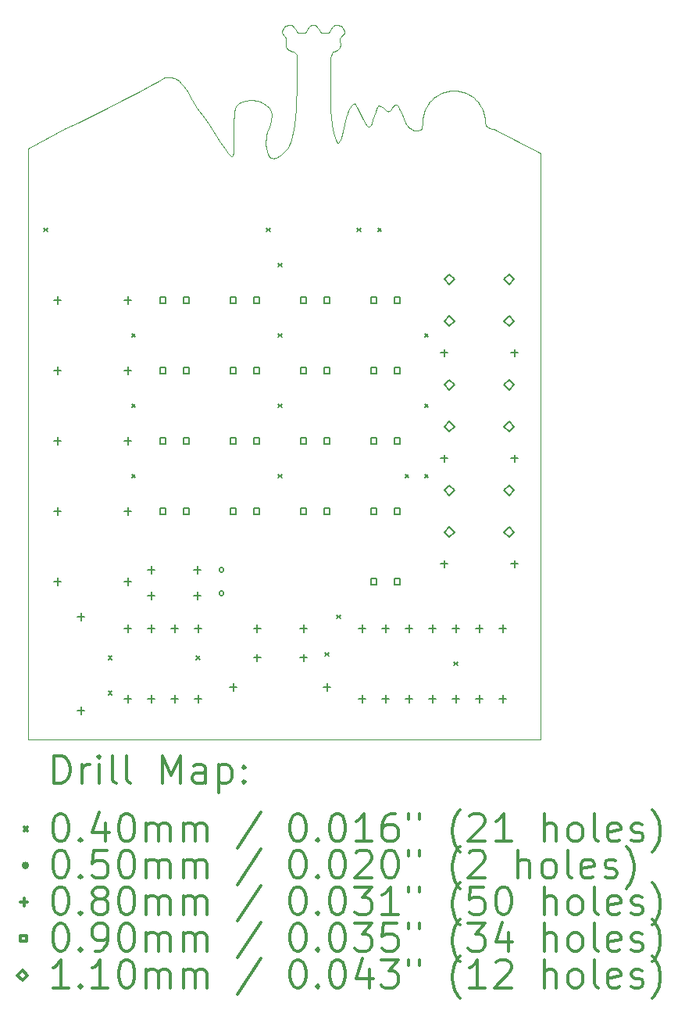
<source format=gbr>
%FSLAX45Y45*%
G04 Gerber Fmt 4.5, Leading zero omitted, Abs format (unit mm)*
G04 Created by KiCad (PCBNEW 5.1.8-5.1.8) date 2022-04-19 11:37:44*
%MOMM*%
%LPD*%
G01*
G04 APERTURE LIST*
%TA.AperFunction,Profile*%
%ADD10C,0.100000*%
%TD*%
%ADD11C,0.200000*%
%ADD12C,0.300000*%
G04 APERTURE END LIST*
D10*
X17149762Y-3460642D02*
X17182382Y-3452254D01*
X17589602Y-3750920D02*
X17591362Y-3785720D01*
X17550272Y-3623470D02*
X17564612Y-3653230D01*
X17513632Y-3569205D02*
X17533232Y-3595410D01*
X17491662Y-3545033D02*
X17513632Y-3569205D01*
X17088732Y-3486421D02*
X17118492Y-3472087D01*
X17285782Y-3447096D02*
X17319582Y-3452254D01*
X17060672Y-3503470D02*
X17088732Y-3486421D01*
X17591362Y-3785720D02*
X17591312Y-3794370D01*
X17441292Y-3503470D02*
X17467492Y-3523065D01*
X17564612Y-3653230D02*
X17576052Y-3684500D01*
X17383472Y-3472087D02*
X17413222Y-3486421D01*
X17352202Y-3460642D02*
X17383472Y-3472087D01*
X17216182Y-3447096D02*
X17250982Y-3445339D01*
X17584442Y-3717120D02*
X17589602Y-3750920D01*
X17576052Y-3684500D02*
X17584442Y-3717120D01*
X17319582Y-3452254D02*
X17352202Y-3460642D01*
X17118492Y-3472087D02*
X17149762Y-3460642D01*
X17533232Y-3595410D02*
X17550272Y-3623470D01*
X17250982Y-3445339D02*
X17285782Y-3447096D01*
X17467492Y-3523065D02*
X17491662Y-3545033D01*
X17413222Y-3486421D02*
X17441292Y-3503470D01*
X17182382Y-3452254D02*
X17216182Y-3447096D01*
X16426622Y-3613690D02*
X16432562Y-3607480D01*
X16372762Y-3762320D02*
X16386962Y-3718720D01*
X16400792Y-3675590D02*
X16414082Y-3638660D01*
X16267252Y-3758470D02*
X16291432Y-3799060D01*
X16312992Y-3827700D02*
X16322162Y-3835680D01*
X16358402Y-3800630D02*
X16372762Y-3762320D01*
X16420462Y-3624320D02*
X16426622Y-3613690D01*
X16351212Y-3816020D02*
X16358402Y-3800630D01*
X16148202Y-3598680D02*
X16157412Y-3592020D01*
X16329932Y-3838440D02*
X16336952Y-3835640D01*
X16302662Y-3815250D02*
X16312992Y-3827700D01*
X16177412Y-3585435D02*
X16184552Y-3596150D01*
X16242472Y-3711920D02*
X16267252Y-3758470D01*
X16199112Y-3624780D02*
X16242472Y-3711920D01*
X16167142Y-3587554D02*
X16177412Y-3585435D01*
X16386962Y-3718720D02*
X16400792Y-3675590D01*
X16344062Y-3827920D02*
X16351212Y-3816020D01*
X16157412Y-3592020D02*
X16167142Y-3587554D01*
X16414082Y-3638660D02*
X16420462Y-3624320D01*
X16184552Y-3596150D02*
X16199112Y-3624780D01*
X16336952Y-3835640D02*
X16344062Y-3827920D01*
X16291432Y-3799060D02*
X16302662Y-3815250D01*
X16322162Y-3835680D02*
X16329932Y-3838440D01*
X14225322Y-3312833D02*
X14240452Y-3320507D01*
X14552592Y-3741200D02*
X14592772Y-3804990D01*
X14320522Y-3396347D02*
X14344492Y-3430455D01*
X14268962Y-3340532D02*
X14295502Y-3366092D01*
X14592772Y-3804990D02*
X14675032Y-3937300D01*
X14138632Y-3302048D02*
X14157632Y-3300177D01*
X14254982Y-3329775D02*
X14268962Y-3340532D01*
X14344492Y-3430455D02*
X14367862Y-3467577D01*
X14767462Y-4074840D02*
X14807542Y-4125810D01*
X14391082Y-3506872D02*
X14438872Y-3588618D01*
X14721972Y-4009370D02*
X14767462Y-4074840D01*
X14193022Y-3302687D02*
X14209532Y-3306858D01*
X14157632Y-3300177D02*
X14175742Y-3300425D01*
X14491502Y-3668970D02*
X14520762Y-3706520D01*
X14464352Y-3629390D02*
X14491502Y-3668970D01*
X14675032Y-3937300D02*
X14721972Y-4009370D01*
X14438872Y-3588618D02*
X14464352Y-3629390D01*
X14520762Y-3706520D02*
X14552592Y-3741200D01*
X14209532Y-3306858D02*
X14225322Y-3312833D01*
X14295502Y-3366092D02*
X14320522Y-3396347D01*
X14367862Y-3467577D02*
X14391082Y-3506872D01*
X14240452Y-3320507D02*
X14254982Y-3329775D01*
X14175742Y-3300425D02*
X14193022Y-3302687D01*
X15544162Y-3545860D02*
X15547922Y-3452649D01*
X15393552Y-2784792D02*
X15401342Y-2770447D01*
X15441062Y-2983731D02*
X15433272Y-2969371D01*
X15429462Y-2875874D02*
X15423172Y-2864984D01*
X15433562Y-2899657D02*
X15432912Y-2886914D01*
X15548792Y-3096969D02*
X15547552Y-3055725D01*
X15538372Y-3640240D02*
X15544162Y-3545860D01*
X15505122Y-3903860D02*
X15519212Y-3821890D01*
X15426652Y-2936471D02*
X15431462Y-2915658D01*
X15511122Y-3021032D02*
X15494092Y-3019305D01*
X15550572Y-3206555D02*
X15548792Y-3096969D01*
X15693032Y-2746381D02*
X15708902Y-2736815D01*
X15678662Y-2759910D02*
X15693032Y-2746381D01*
X15411662Y-2757947D02*
X15424162Y-2747633D01*
X15666152Y-2775420D02*
X15678662Y-2759910D01*
X15531162Y-2775420D02*
X15549292Y-2804463D01*
X15428362Y-2953504D02*
X15426652Y-2936471D01*
X15432912Y-2886914D02*
X15429462Y-2875874D01*
X15648022Y-2804463D02*
X15666152Y-2775420D01*
X15438502Y-2739842D02*
X15454352Y-2734915D01*
X15641372Y-2817665D02*
X15648022Y-2804463D01*
X15555942Y-2817665D02*
X15641372Y-2817665D01*
X15549992Y-3363259D02*
X15550572Y-3206555D01*
X15463882Y-3006572D02*
X15451372Y-2996245D01*
X15494092Y-3019305D02*
X15478232Y-3014372D01*
X15504282Y-2746381D02*
X15518642Y-2759910D01*
X15530172Y-3733130D02*
X15538372Y-3640240D01*
X15471372Y-2733191D02*
X15480022Y-2734136D01*
X15423172Y-2864984D02*
X15414012Y-2852688D01*
X15519212Y-3821890D02*
X15530172Y-3733130D01*
X15549292Y-2804463D02*
X15555942Y-2817665D01*
X15518642Y-2759910D02*
X15531162Y-2775420D01*
X15480022Y-2734136D02*
X15488412Y-2736815D01*
X15488412Y-2736815D02*
X15504282Y-2746381D01*
X15424162Y-2747633D02*
X15438502Y-2739842D01*
X15547552Y-3055725D02*
X15511122Y-3021032D01*
X15388622Y-2800645D02*
X15393552Y-2784792D01*
X15451372Y-2996245D02*
X15441062Y-2983731D01*
X15386902Y-2817665D02*
X15388622Y-2800645D01*
X15401342Y-2770447D02*
X15411662Y-2757947D01*
X15414012Y-2852688D02*
X15386902Y-2817665D01*
X15431462Y-2915658D02*
X15433562Y-2899657D01*
X15547922Y-3452649D02*
X15549992Y-3363259D01*
X15433272Y-2969371D02*
X15428362Y-2953504D01*
X15454352Y-2734915D02*
X15471372Y-2733191D01*
X15478232Y-3014372D02*
X15463882Y-3006572D01*
X15994112Y-4011810D02*
X15999502Y-4010020D01*
X15969482Y-3976530D02*
X15978562Y-3995500D01*
X15940762Y-3871720D02*
X15953672Y-3929400D01*
X15930492Y-3805530D02*
X15940762Y-3871720D01*
X16028142Y-3955180D02*
X16045622Y-3888570D01*
X16109052Y-3659040D02*
X16123442Y-3630130D01*
X16045622Y-3888570D02*
X16063812Y-3810070D01*
X16139492Y-3607350D02*
X16148202Y-3598680D01*
X16009652Y-3999490D02*
X16019122Y-3980770D01*
X15961192Y-3954410D02*
X15969482Y-3976530D01*
X15953672Y-3929400D02*
X15961192Y-3954410D01*
X15922582Y-3732880D02*
X15930492Y-3805530D01*
X15912812Y-3576401D02*
X15916782Y-3655830D01*
X15988472Y-4011070D02*
X15994112Y-4011810D01*
X16096102Y-3692790D02*
X16109052Y-3659040D01*
X16004682Y-4005860D02*
X16009652Y-3999490D01*
X15978562Y-3995500D02*
X15988472Y-4011070D01*
X16019122Y-3980770D02*
X16028142Y-3955180D01*
X16063812Y-3810070D02*
X16084382Y-3730080D01*
X15999502Y-4010020D02*
X16004682Y-4005860D01*
X16084382Y-3730080D02*
X16096102Y-3692790D01*
X15916782Y-3655830D02*
X15922582Y-3732880D01*
X16123442Y-3630130D02*
X16139492Y-3607350D01*
X16633042Y-3601460D02*
X16645992Y-3617310D01*
X16487322Y-3636420D02*
X16510512Y-3654750D01*
X16626532Y-3596520D02*
X16633042Y-3601460D01*
X16614092Y-3595910D02*
X16620222Y-3594810D01*
X16573362Y-3646080D02*
X16584912Y-3628460D01*
X16620222Y-3594810D02*
X16626532Y-3596520D01*
X16522802Y-3663000D02*
X16535942Y-3669960D01*
X16584912Y-3628460D02*
X16596402Y-3611750D01*
X16555402Y-3666680D02*
X16561522Y-3661160D01*
X16510512Y-3654750D02*
X16522802Y-3663000D01*
X16451582Y-3611830D02*
X16464012Y-3618970D01*
X16549132Y-3670270D02*
X16555402Y-3666680D01*
X16438232Y-3606420D02*
X16451582Y-3611830D01*
X16535942Y-3669960D02*
X16542652Y-3671510D01*
X16464012Y-3618970D02*
X16487322Y-3636420D01*
X16596402Y-3611750D02*
X16608092Y-3599390D01*
X16561522Y-3661160D02*
X16573362Y-3646080D01*
X16670222Y-3660650D02*
X16681612Y-3686160D01*
X16658372Y-3637370D02*
X16670222Y-3660650D01*
X16432562Y-3607480D02*
X16438232Y-3606420D01*
X16608092Y-3599390D02*
X16614092Y-3595910D01*
X16645992Y-3617310D02*
X16658372Y-3637370D01*
X16542652Y-3671510D02*
X16549132Y-3670270D01*
X15258792Y-3650680D02*
X15269272Y-3674140D01*
X15477332Y-4008280D02*
X15487542Y-3976390D01*
X15212382Y-3993740D02*
X15211792Y-4029050D01*
X15009212Y-3552727D02*
X15032902Y-3550081D01*
X15339632Y-4164800D02*
X15353142Y-4156360D01*
X15311342Y-4176840D02*
X15325622Y-4171840D01*
X15269272Y-4173510D02*
X15282932Y-4178300D01*
X15487542Y-3976390D02*
X15496792Y-3941470D01*
X15453832Y-4061670D02*
X15466112Y-4036820D01*
X15080652Y-3551060D02*
X15104242Y-3554541D01*
X15227152Y-3612770D02*
X15242332Y-3628030D01*
X15440462Y-4082500D02*
X15453832Y-4061670D01*
X15397342Y-4120890D02*
X15410242Y-4110780D01*
X15272602Y-3749720D02*
X15266942Y-3776720D01*
X15215342Y-4065510D02*
X15223802Y-4103150D01*
X15210062Y-3598980D02*
X15227152Y-3612770D01*
X15377682Y-4137730D02*
X15397342Y-4120890D01*
X15325622Y-4171840D02*
X15339632Y-4164800D01*
X15297032Y-4179200D02*
X15311342Y-4176840D01*
X15233322Y-4129660D02*
X15244232Y-4149810D01*
X15216332Y-3959560D02*
X15212382Y-3993740D01*
X15211792Y-4029050D02*
X15215342Y-4065510D01*
X15104242Y-3554541D02*
X15127342Y-3559921D01*
X15231182Y-3894480D02*
X15222852Y-3926480D01*
X15250132Y-3833600D02*
X15231182Y-3894480D01*
X15149712Y-3567126D02*
X15171112Y-3576087D01*
X15171112Y-3576087D02*
X15191302Y-3586729D01*
X15274542Y-3698450D02*
X15275392Y-3723640D01*
X15353142Y-4156360D02*
X15377682Y-4137730D01*
X15127342Y-3559921D02*
X15149712Y-3567126D01*
X15191302Y-3586729D02*
X15210062Y-3598980D01*
X15256292Y-4164220D02*
X15269272Y-4173510D01*
X15032902Y-3550081D02*
X15056792Y-3549550D01*
X15244232Y-4149810D02*
X15256292Y-4164220D01*
X15266942Y-3776720D02*
X15250132Y-3833600D01*
X15242332Y-3628030D02*
X15258792Y-3650680D01*
X15496792Y-3941470D02*
X15505122Y-3903860D01*
X15425942Y-4098980D02*
X15440462Y-4082500D01*
X15410242Y-4110780D02*
X15425942Y-4098980D01*
X15275392Y-3723640D02*
X15272602Y-3749720D01*
X15056792Y-3549550D02*
X15080652Y-3551060D01*
X15282932Y-4178300D02*
X15297032Y-4179200D01*
X15223802Y-4103150D02*
X15233322Y-4129660D01*
X15466112Y-4036820D02*
X15477332Y-4008280D01*
X15222852Y-3926480D02*
X15216332Y-3959560D01*
X15269272Y-3674140D02*
X15274542Y-3698450D01*
X14868752Y-3719920D02*
X14873142Y-3679000D01*
X14866262Y-3765630D02*
X14868752Y-3719920D01*
X14865242Y-3814650D02*
X14866262Y-3765630D01*
X14861852Y-4123400D02*
X14865022Y-4093530D01*
X14824292Y-4143380D02*
X14838202Y-4154360D01*
X14866902Y-4013520D02*
X14865792Y-3916540D01*
X14853102Y-4151290D02*
X14856632Y-4144500D01*
X14865022Y-4093530D02*
X14866902Y-4013520D01*
X14963412Y-3564648D02*
X14985972Y-3557559D01*
X14902112Y-3600190D02*
X14921242Y-3585890D01*
X14843942Y-4156410D02*
X14848892Y-4155320D01*
X14856632Y-4144500D02*
X14861852Y-4123400D01*
X14985972Y-3557559D02*
X15009212Y-3552727D01*
X14941752Y-3574068D02*
X14963412Y-3564648D01*
X14848892Y-4155320D02*
X14853102Y-4151290D01*
X14895312Y-3607650D02*
X14902112Y-3600190D01*
X14865792Y-3916540D02*
X14865242Y-3814650D01*
X14921242Y-3585890D02*
X14941752Y-3574068D01*
X14889382Y-3617630D02*
X14895312Y-3607650D01*
X14879872Y-3644410D02*
X14889382Y-3617630D01*
X14838202Y-4154360D02*
X14843942Y-4156410D01*
X14873142Y-3679000D02*
X14879872Y-3644410D01*
X14807542Y-4125810D02*
X14824292Y-4143380D01*
X15997442Y-2734900D02*
X16013302Y-2739817D01*
X15971772Y-2734144D02*
X15980402Y-2733191D01*
X16022902Y-2871018D02*
X16017172Y-2883391D01*
X16027662Y-2747602D02*
X16040182Y-2757916D01*
X15895932Y-2817665D02*
X15902572Y-2804470D01*
X15734572Y-2734144D02*
X15742952Y-2736828D01*
X15773162Y-2759931D02*
X15785662Y-2775438D01*
X16040182Y-2757916D02*
X16050502Y-2770419D01*
X16064962Y-2817665D02*
X16053312Y-2833866D01*
X16063242Y-2800633D02*
X16064962Y-2817665D01*
X16058302Y-2784771D02*
X16063242Y-2800633D01*
X15725932Y-2733191D02*
X15734572Y-2734144D01*
X15902572Y-2804470D02*
X15920682Y-2775438D01*
X15708902Y-2736815D02*
X15717292Y-2734136D01*
X15810412Y-2817665D02*
X15895932Y-2817665D01*
X16013302Y-2739817D02*
X16027662Y-2747602D01*
X16017462Y-2914976D02*
X16025222Y-2936471D01*
X16053312Y-2833866D02*
X16041842Y-2847397D01*
X15963382Y-2736828D02*
X15971772Y-2734144D01*
X15914992Y-3092469D02*
X15914992Y-3092469D01*
X15940742Y-3021032D02*
X15914992Y-3092469D01*
X16017172Y-2883391D02*
X16015072Y-2897664D01*
X15920682Y-2775438D02*
X15933182Y-2759931D01*
X15957782Y-3019305D02*
X15940742Y-3021032D01*
X15973642Y-3014372D02*
X15957782Y-3019305D01*
X16031412Y-2859400D02*
X16022902Y-2871018D01*
X15742952Y-2736828D02*
X15758812Y-2746401D01*
X15785662Y-2775438D02*
X15803772Y-2804470D01*
X15980402Y-2733191D02*
X15997442Y-2734900D01*
X15987992Y-3006572D02*
X15973642Y-3014372D01*
X16000492Y-2996245D02*
X15987992Y-3006572D01*
X15758812Y-2746401D02*
X15773162Y-2759931D01*
X15803772Y-2804470D02*
X15810412Y-2817665D01*
X16041842Y-2847397D02*
X16031412Y-2859400D01*
X16010812Y-2983731D02*
X16000492Y-2996245D01*
X15717292Y-2734136D02*
X15725932Y-2733191D01*
X15933182Y-2759931D02*
X15947532Y-2746401D01*
X16018592Y-2969371D02*
X16010812Y-2983731D01*
X16015072Y-2897664D02*
X16017462Y-2914976D01*
X15947532Y-2746401D02*
X15963382Y-2736828D01*
X16023512Y-2953504D02*
X16018592Y-2969371D01*
X16025222Y-2936471D02*
X16023512Y-2953504D01*
X16050502Y-2770419D02*
X16058302Y-2784771D01*
X13176189Y-3789480D02*
X13483074Y-3639040D01*
X17678692Y-3864090D02*
X18193112Y-4121300D01*
X13044710Y-3852740D02*
X13176189Y-3789480D01*
X18193112Y-4121300D02*
X18187952Y-10477500D01*
X17592272Y-3803500D02*
X17594792Y-3814360D01*
X17678692Y-3864090D02*
X17678692Y-3864090D01*
X13985002Y-3378949D02*
X14047172Y-3343414D01*
X12636500Y-4069140D02*
X13044710Y-3852740D01*
X13834032Y-3460404D02*
X13985002Y-3378949D01*
X18187952Y-10477500D02*
X12636500Y-10477500D01*
X17591312Y-3794370D02*
X17592272Y-3803500D01*
X14097732Y-3312569D02*
X14118682Y-3306144D01*
X13483074Y-3639040D02*
X13661252Y-3549558D01*
X17666732Y-3860000D02*
X17678692Y-3864090D01*
X17611342Y-3833160D02*
X17624922Y-3841580D01*
X17600742Y-3824000D02*
X17611342Y-3833160D01*
X17594792Y-3814360D02*
X17600742Y-3824000D01*
X14118682Y-3306144D02*
X14138632Y-3302048D01*
X14047172Y-3343414D02*
X14097732Y-3312569D01*
X13661252Y-3549558D02*
X13834032Y-3460404D01*
X17624922Y-3841580D02*
X17639802Y-3849030D01*
X17639802Y-3849030D02*
X17666732Y-3860000D01*
X12636500Y-10477500D02*
X12636500Y-4069140D01*
X16951682Y-3623470D02*
X16968732Y-3595410D01*
X16917512Y-3717120D02*
X16925902Y-3684500D01*
X16790142Y-3864870D02*
X16805462Y-3870610D01*
X16886042Y-3870770D02*
X16907072Y-3864090D01*
X16734412Y-3812710D02*
X16746912Y-3830840D01*
X16760572Y-3845340D02*
X16775082Y-3856570D01*
X16968732Y-3595410D02*
X16988332Y-3569205D01*
X17010292Y-3545033D02*
X17034472Y-3523065D01*
X16988332Y-3569205D02*
X17010292Y-3545033D01*
X16746912Y-3830840D02*
X16760572Y-3845340D01*
X16681612Y-3686160D02*
X16723352Y-3790600D01*
X16937352Y-3653230D02*
X16951682Y-3623470D01*
X16925902Y-3684500D02*
X16937352Y-3653230D01*
X16775082Y-3856570D02*
X16790142Y-3864870D01*
X16835682Y-3875780D02*
X16863332Y-3874890D01*
X17034472Y-3523065D02*
X17060672Y-3503470D01*
X16912362Y-3750920D02*
X16917512Y-3717120D01*
X16907072Y-3864090D02*
X16910602Y-3785720D01*
X16910602Y-3785720D02*
X16912362Y-3750920D01*
X16805462Y-3870610D02*
X16820742Y-3874120D01*
X16820742Y-3874120D02*
X16835682Y-3875780D01*
X16863332Y-3874890D02*
X16886042Y-3870770D01*
X16723352Y-3790600D02*
X16734412Y-3812710D01*
X15910392Y-3496651D02*
X15912812Y-3576401D01*
X15909172Y-3344365D02*
X15910392Y-3496651D01*
X15910972Y-3215331D02*
X15909172Y-3344365D01*
X15914992Y-3092469D02*
X15910972Y-3215331D01*
D11*
X12807000Y-4933000D02*
X12847000Y-4973000D01*
X12847000Y-4933000D02*
X12807000Y-4973000D01*
X13505500Y-9568500D02*
X13545500Y-9608500D01*
X13545500Y-9568500D02*
X13505500Y-9608500D01*
X13505500Y-9949500D02*
X13545500Y-9989500D01*
X13545500Y-9949500D02*
X13505500Y-9989500D01*
X13759500Y-6076000D02*
X13799500Y-6116000D01*
X13799500Y-6076000D02*
X13759500Y-6116000D01*
X13759500Y-6838000D02*
X13799500Y-6878000D01*
X13799500Y-6838000D02*
X13759500Y-6878000D01*
X13759500Y-7600000D02*
X13799500Y-7640000D01*
X13799500Y-7600000D02*
X13759500Y-7640000D01*
X14458000Y-9568500D02*
X14498000Y-9608500D01*
X14498000Y-9568500D02*
X14458000Y-9608500D01*
X15220000Y-4933000D02*
X15260000Y-4973000D01*
X15260000Y-4933000D02*
X15220000Y-4973000D01*
X15347000Y-5314000D02*
X15387000Y-5354000D01*
X15387000Y-5314000D02*
X15347000Y-5354000D01*
X15347000Y-6076000D02*
X15387000Y-6116000D01*
X15387000Y-6076000D02*
X15347000Y-6116000D01*
X15347000Y-6838000D02*
X15387000Y-6878000D01*
X15387000Y-6838000D02*
X15347000Y-6878000D01*
X15347000Y-7600000D02*
X15387000Y-7640000D01*
X15387000Y-7600000D02*
X15347000Y-7640000D01*
X15855000Y-9530400D02*
X15895000Y-9570400D01*
X15895000Y-9530400D02*
X15855000Y-9570400D01*
X15982000Y-9124004D02*
X16022000Y-9164004D01*
X16022000Y-9124004D02*
X15982000Y-9164004D01*
X16199499Y-4932999D02*
X16239499Y-4972999D01*
X16239499Y-4932999D02*
X16199499Y-4972999D01*
X16426501Y-4933000D02*
X16466501Y-4973000D01*
X16466501Y-4933000D02*
X16426501Y-4973000D01*
X16722499Y-7600000D02*
X16762499Y-7640000D01*
X16762499Y-7600000D02*
X16722499Y-7640000D01*
X16934500Y-6076000D02*
X16974500Y-6116000D01*
X16974500Y-6076000D02*
X16934500Y-6116000D01*
X16934500Y-6838000D02*
X16974500Y-6878000D01*
X16974500Y-6838000D02*
X16934500Y-6878000D01*
X16934500Y-7600000D02*
X16974500Y-7640000D01*
X16974500Y-7600000D02*
X16934500Y-7640000D01*
X17252000Y-9632000D02*
X17292000Y-9672000D01*
X17292000Y-9632000D02*
X17252000Y-9672000D01*
X14757000Y-8636000D02*
G75*
G03*
X14757000Y-8636000I-25000J0D01*
G01*
X14757000Y-8890000D02*
G75*
G03*
X14757000Y-8890000I-25000J0D01*
G01*
X17145000Y-8532500D02*
X17145000Y-8612500D01*
X17105000Y-8572500D02*
X17185000Y-8572500D01*
X17907000Y-8532500D02*
X17907000Y-8612500D01*
X17867000Y-8572500D02*
X17947000Y-8572500D01*
X17145000Y-6246500D02*
X17145000Y-6326500D01*
X17105000Y-6286500D02*
X17185000Y-6286500D01*
X17907000Y-6246500D02*
X17907000Y-6326500D01*
X17867000Y-6286500D02*
X17947000Y-6286500D01*
X16256000Y-9231000D02*
X16256000Y-9311000D01*
X16216000Y-9271000D02*
X16296000Y-9271000D01*
X16256000Y-9993000D02*
X16256000Y-10073000D01*
X16216000Y-10033000D02*
X16296000Y-10033000D01*
X16510000Y-9231000D02*
X16510000Y-9311000D01*
X16470000Y-9271000D02*
X16550000Y-9271000D01*
X16510000Y-9993000D02*
X16510000Y-10073000D01*
X16470000Y-10033000D02*
X16550000Y-10033000D01*
X16764000Y-9231000D02*
X16764000Y-9311000D01*
X16724000Y-9271000D02*
X16804000Y-9271000D01*
X16764000Y-9993000D02*
X16764000Y-10073000D01*
X16724000Y-10033000D02*
X16804000Y-10033000D01*
X17018000Y-9231000D02*
X17018000Y-9311000D01*
X16978000Y-9271000D02*
X17058000Y-9271000D01*
X17018000Y-9993000D02*
X17018000Y-10073000D01*
X16978000Y-10033000D02*
X17058000Y-10033000D01*
X17272000Y-9231000D02*
X17272000Y-9311000D01*
X17232000Y-9271000D02*
X17312000Y-9271000D01*
X17272000Y-9993000D02*
X17272000Y-10073000D01*
X17232000Y-10033000D02*
X17312000Y-10033000D01*
X17526000Y-9231000D02*
X17526000Y-9311000D01*
X17486000Y-9271000D02*
X17566000Y-9271000D01*
X17526000Y-9993000D02*
X17526000Y-10073000D01*
X17486000Y-10033000D02*
X17566000Y-10033000D01*
X17780000Y-9231000D02*
X17780000Y-9311000D01*
X17740000Y-9271000D02*
X17820000Y-9271000D01*
X17780000Y-9993000D02*
X17780000Y-10073000D01*
X17740000Y-10033000D02*
X17820000Y-10033000D01*
X12954000Y-7199000D02*
X12954000Y-7279000D01*
X12914000Y-7239000D02*
X12994000Y-7239000D01*
X13716000Y-7199000D02*
X13716000Y-7279000D01*
X13676000Y-7239000D02*
X13756000Y-7239000D01*
X13970000Y-8875400D02*
X13970000Y-8955400D01*
X13930000Y-8915400D02*
X14010000Y-8915400D01*
X14470000Y-8875400D02*
X14470000Y-8955400D01*
X14430000Y-8915400D02*
X14510000Y-8915400D01*
X15121000Y-9231000D02*
X15121000Y-9311000D01*
X15081000Y-9271000D02*
X15161000Y-9271000D01*
X15621000Y-9231000D02*
X15621000Y-9311000D01*
X15581000Y-9271000D02*
X15661000Y-9271000D01*
X13716000Y-9231000D02*
X13716000Y-9311000D01*
X13676000Y-9271000D02*
X13756000Y-9271000D01*
X13716000Y-9993000D02*
X13716000Y-10073000D01*
X13676000Y-10033000D02*
X13756000Y-10033000D01*
X13970000Y-9231000D02*
X13970000Y-9311000D01*
X13930000Y-9271000D02*
X14010000Y-9271000D01*
X13970000Y-9993000D02*
X13970000Y-10073000D01*
X13930000Y-10033000D02*
X14010000Y-10033000D01*
X14224000Y-9231000D02*
X14224000Y-9311000D01*
X14184000Y-9271000D02*
X14264000Y-9271000D01*
X14224000Y-9993000D02*
X14224000Y-10073000D01*
X14184000Y-10033000D02*
X14264000Y-10033000D01*
X14478000Y-9231000D02*
X14478000Y-9311000D01*
X14438000Y-9271000D02*
X14518000Y-9271000D01*
X14478000Y-9993000D02*
X14478000Y-10073000D01*
X14438000Y-10033000D02*
X14518000Y-10033000D01*
X15121000Y-9548500D02*
X15121000Y-9628500D01*
X15081000Y-9588500D02*
X15161000Y-9588500D01*
X15621000Y-9548500D02*
X15621000Y-9628500D01*
X15581000Y-9588500D02*
X15661000Y-9588500D01*
X13208000Y-9104000D02*
X13208000Y-9184000D01*
X13168000Y-9144000D02*
X13248000Y-9144000D01*
X13208000Y-10120000D02*
X13208000Y-10200000D01*
X13168000Y-10160000D02*
X13248000Y-10160000D01*
X13970000Y-8596000D02*
X13970000Y-8676000D01*
X13930000Y-8636000D02*
X14010000Y-8636000D01*
X14470000Y-8596000D02*
X14470000Y-8676000D01*
X14430000Y-8636000D02*
X14510000Y-8636000D01*
X12954000Y-5675000D02*
X12954000Y-5755000D01*
X12914000Y-5715000D02*
X12994000Y-5715000D01*
X13716000Y-5675000D02*
X13716000Y-5755000D01*
X13676000Y-5715000D02*
X13756000Y-5715000D01*
X14859000Y-9866000D02*
X14859000Y-9946000D01*
X14819000Y-9906000D02*
X14899000Y-9906000D01*
X15875000Y-9866000D02*
X15875000Y-9946000D01*
X15835000Y-9906000D02*
X15915000Y-9906000D01*
X17145000Y-7389500D02*
X17145000Y-7469500D01*
X17105000Y-7429500D02*
X17185000Y-7429500D01*
X17907000Y-7389500D02*
X17907000Y-7469500D01*
X17867000Y-7429500D02*
X17947000Y-7429500D01*
X12954000Y-6437000D02*
X12954000Y-6517000D01*
X12914000Y-6477000D02*
X12994000Y-6477000D01*
X13716000Y-6437000D02*
X13716000Y-6517000D01*
X13676000Y-6477000D02*
X13756000Y-6477000D01*
X12954000Y-7961000D02*
X12954000Y-8041000D01*
X12914000Y-8001000D02*
X12994000Y-8001000D01*
X13716000Y-7961000D02*
X13716000Y-8041000D01*
X13676000Y-8001000D02*
X13756000Y-8001000D01*
X12954000Y-8723000D02*
X12954000Y-8803000D01*
X12914000Y-8763000D02*
X12994000Y-8763000D01*
X13716000Y-8723000D02*
X13716000Y-8803000D01*
X13676000Y-8763000D02*
X13756000Y-8763000D01*
X15652820Y-6508820D02*
X15652820Y-6445180D01*
X15589180Y-6445180D01*
X15589180Y-6508820D01*
X15652820Y-6508820D01*
X15906820Y-6508820D02*
X15906820Y-6445180D01*
X15843180Y-6445180D01*
X15843180Y-6508820D01*
X15906820Y-6508820D01*
X16414820Y-7270820D02*
X16414820Y-7207180D01*
X16351180Y-7207180D01*
X16351180Y-7270820D01*
X16414820Y-7270820D01*
X16668820Y-7270820D02*
X16668820Y-7207180D01*
X16605180Y-7207180D01*
X16605180Y-7270820D01*
X16668820Y-7270820D01*
X14890820Y-6508820D02*
X14890820Y-6445180D01*
X14827180Y-6445180D01*
X14827180Y-6508820D01*
X14890820Y-6508820D01*
X15144820Y-6508820D02*
X15144820Y-6445180D01*
X15081180Y-6445180D01*
X15081180Y-6508820D01*
X15144820Y-6508820D01*
X15652820Y-5746820D02*
X15652820Y-5683180D01*
X15589180Y-5683180D01*
X15589180Y-5746820D01*
X15652820Y-5746820D01*
X15906820Y-5746820D02*
X15906820Y-5683180D01*
X15843180Y-5683180D01*
X15843180Y-5746820D01*
X15906820Y-5746820D01*
X16414820Y-6508820D02*
X16414820Y-6445180D01*
X16351180Y-6445180D01*
X16351180Y-6508820D01*
X16414820Y-6508820D01*
X16668820Y-6508820D02*
X16668820Y-6445180D01*
X16605180Y-6445180D01*
X16605180Y-6508820D01*
X16668820Y-6508820D01*
X14890820Y-8032820D02*
X14890820Y-7969180D01*
X14827180Y-7969180D01*
X14827180Y-8032820D01*
X14890820Y-8032820D01*
X15144820Y-8032820D02*
X15144820Y-7969180D01*
X15081180Y-7969180D01*
X15081180Y-8032820D01*
X15144820Y-8032820D01*
X14890820Y-7270820D02*
X14890820Y-7207180D01*
X14827180Y-7207180D01*
X14827180Y-7270820D01*
X14890820Y-7270820D01*
X15144820Y-7270820D02*
X15144820Y-7207180D01*
X15081180Y-7207180D01*
X15081180Y-7270820D01*
X15144820Y-7270820D01*
X14890820Y-5746820D02*
X14890820Y-5683180D01*
X14827180Y-5683180D01*
X14827180Y-5746820D01*
X14890820Y-5746820D01*
X15144820Y-5746820D02*
X15144820Y-5683180D01*
X15081180Y-5683180D01*
X15081180Y-5746820D01*
X15144820Y-5746820D01*
X14128820Y-5746820D02*
X14128820Y-5683180D01*
X14065180Y-5683180D01*
X14065180Y-5746820D01*
X14128820Y-5746820D01*
X14382820Y-5746820D02*
X14382820Y-5683180D01*
X14319180Y-5683180D01*
X14319180Y-5746820D01*
X14382820Y-5746820D01*
X15652820Y-8032820D02*
X15652820Y-7969180D01*
X15589180Y-7969180D01*
X15589180Y-8032820D01*
X15652820Y-8032820D01*
X15906820Y-8032820D02*
X15906820Y-7969180D01*
X15843180Y-7969180D01*
X15843180Y-8032820D01*
X15906820Y-8032820D01*
X16414820Y-8032820D02*
X16414820Y-7969180D01*
X16351180Y-7969180D01*
X16351180Y-8032820D01*
X16414820Y-8032820D01*
X16668820Y-8032820D02*
X16668820Y-7969180D01*
X16605180Y-7969180D01*
X16605180Y-8032820D01*
X16668820Y-8032820D01*
X16414820Y-8794820D02*
X16414820Y-8731180D01*
X16351180Y-8731180D01*
X16351180Y-8794820D01*
X16414820Y-8794820D01*
X16668820Y-8794820D02*
X16668820Y-8731180D01*
X16605180Y-8731180D01*
X16605180Y-8794820D01*
X16668820Y-8794820D01*
X16414820Y-5746820D02*
X16414820Y-5683180D01*
X16351180Y-5683180D01*
X16351180Y-5746820D01*
X16414820Y-5746820D01*
X16668820Y-5746820D02*
X16668820Y-5683180D01*
X16605180Y-5683180D01*
X16605180Y-5746820D01*
X16668820Y-5746820D01*
X15652820Y-7270820D02*
X15652820Y-7207180D01*
X15589180Y-7207180D01*
X15589180Y-7270820D01*
X15652820Y-7270820D01*
X15906820Y-7270820D02*
X15906820Y-7207180D01*
X15843180Y-7207180D01*
X15843180Y-7270820D01*
X15906820Y-7270820D01*
X14128820Y-6508820D02*
X14128820Y-6445180D01*
X14065180Y-6445180D01*
X14065180Y-6508820D01*
X14128820Y-6508820D01*
X14382820Y-6508820D02*
X14382820Y-6445180D01*
X14319180Y-6445180D01*
X14319180Y-6508820D01*
X14382820Y-6508820D01*
X14128820Y-8032820D02*
X14128820Y-7969180D01*
X14065180Y-7969180D01*
X14065180Y-8032820D01*
X14128820Y-8032820D01*
X14382820Y-8032820D02*
X14382820Y-7969180D01*
X14319180Y-7969180D01*
X14319180Y-8032820D01*
X14382820Y-8032820D01*
X14128820Y-7270820D02*
X14128820Y-7207180D01*
X14065180Y-7207180D01*
X14065180Y-7270820D01*
X14128820Y-7270820D01*
X14382820Y-7270820D02*
X14382820Y-7207180D01*
X14319180Y-7207180D01*
X14319180Y-7270820D01*
X14382820Y-7270820D01*
X17201000Y-6688000D02*
X17256000Y-6633000D01*
X17201000Y-6578000D01*
X17146000Y-6633000D01*
X17201000Y-6688000D01*
X17201000Y-7138000D02*
X17256000Y-7083000D01*
X17201000Y-7028000D01*
X17146000Y-7083000D01*
X17201000Y-7138000D01*
X17851000Y-6688000D02*
X17906000Y-6633000D01*
X17851000Y-6578000D01*
X17796000Y-6633000D01*
X17851000Y-6688000D01*
X17851000Y-7138000D02*
X17906000Y-7083000D01*
X17851000Y-7028000D01*
X17796000Y-7083000D01*
X17851000Y-7138000D01*
X17201000Y-7831000D02*
X17256000Y-7776000D01*
X17201000Y-7721000D01*
X17146000Y-7776000D01*
X17201000Y-7831000D01*
X17201000Y-8281000D02*
X17256000Y-8226000D01*
X17201000Y-8171000D01*
X17146000Y-8226000D01*
X17201000Y-8281000D01*
X17851000Y-7831000D02*
X17906000Y-7776000D01*
X17851000Y-7721000D01*
X17796000Y-7776000D01*
X17851000Y-7831000D01*
X17851000Y-8281000D02*
X17906000Y-8226000D01*
X17851000Y-8171000D01*
X17796000Y-8226000D01*
X17851000Y-8281000D01*
X17201000Y-5545000D02*
X17256000Y-5490000D01*
X17201000Y-5435000D01*
X17146000Y-5490000D01*
X17201000Y-5545000D01*
X17201000Y-5995000D02*
X17256000Y-5940000D01*
X17201000Y-5885000D01*
X17146000Y-5940000D01*
X17201000Y-5995000D01*
X17851000Y-5545000D02*
X17906000Y-5490000D01*
X17851000Y-5435000D01*
X17796000Y-5490000D01*
X17851000Y-5545000D01*
X17851000Y-5995000D02*
X17906000Y-5940000D01*
X17851000Y-5885000D01*
X17796000Y-5940000D01*
X17851000Y-5995000D01*
D12*
X12917928Y-10948214D02*
X12917928Y-10648214D01*
X12989357Y-10648214D01*
X13032214Y-10662500D01*
X13060786Y-10691072D01*
X13075071Y-10719643D01*
X13089357Y-10776786D01*
X13089357Y-10819643D01*
X13075071Y-10876786D01*
X13060786Y-10905357D01*
X13032214Y-10933929D01*
X12989357Y-10948214D01*
X12917928Y-10948214D01*
X13217928Y-10948214D02*
X13217928Y-10748214D01*
X13217928Y-10805357D02*
X13232214Y-10776786D01*
X13246500Y-10762500D01*
X13275071Y-10748214D01*
X13303643Y-10748214D01*
X13403643Y-10948214D02*
X13403643Y-10748214D01*
X13403643Y-10648214D02*
X13389357Y-10662500D01*
X13403643Y-10676786D01*
X13417928Y-10662500D01*
X13403643Y-10648214D01*
X13403643Y-10676786D01*
X13589357Y-10948214D02*
X13560786Y-10933929D01*
X13546500Y-10905357D01*
X13546500Y-10648214D01*
X13746500Y-10948214D02*
X13717928Y-10933929D01*
X13703643Y-10905357D01*
X13703643Y-10648214D01*
X14089357Y-10948214D02*
X14089357Y-10648214D01*
X14189357Y-10862500D01*
X14289357Y-10648214D01*
X14289357Y-10948214D01*
X14560786Y-10948214D02*
X14560786Y-10791072D01*
X14546500Y-10762500D01*
X14517928Y-10748214D01*
X14460786Y-10748214D01*
X14432214Y-10762500D01*
X14560786Y-10933929D02*
X14532214Y-10948214D01*
X14460786Y-10948214D01*
X14432214Y-10933929D01*
X14417928Y-10905357D01*
X14417928Y-10876786D01*
X14432214Y-10848214D01*
X14460786Y-10833929D01*
X14532214Y-10833929D01*
X14560786Y-10819643D01*
X14703643Y-10748214D02*
X14703643Y-11048214D01*
X14703643Y-10762500D02*
X14732214Y-10748214D01*
X14789357Y-10748214D01*
X14817928Y-10762500D01*
X14832214Y-10776786D01*
X14846500Y-10805357D01*
X14846500Y-10891072D01*
X14832214Y-10919643D01*
X14817928Y-10933929D01*
X14789357Y-10948214D01*
X14732214Y-10948214D01*
X14703643Y-10933929D01*
X14975071Y-10919643D02*
X14989357Y-10933929D01*
X14975071Y-10948214D01*
X14960786Y-10933929D01*
X14975071Y-10919643D01*
X14975071Y-10948214D01*
X14975071Y-10762500D02*
X14989357Y-10776786D01*
X14975071Y-10791072D01*
X14960786Y-10776786D01*
X14975071Y-10762500D01*
X14975071Y-10791072D01*
X12591500Y-11422500D02*
X12631500Y-11462500D01*
X12631500Y-11422500D02*
X12591500Y-11462500D01*
X12975071Y-11278214D02*
X13003643Y-11278214D01*
X13032214Y-11292500D01*
X13046500Y-11306786D01*
X13060786Y-11335357D01*
X13075071Y-11392500D01*
X13075071Y-11463929D01*
X13060786Y-11521071D01*
X13046500Y-11549643D01*
X13032214Y-11563929D01*
X13003643Y-11578214D01*
X12975071Y-11578214D01*
X12946500Y-11563929D01*
X12932214Y-11549643D01*
X12917928Y-11521071D01*
X12903643Y-11463929D01*
X12903643Y-11392500D01*
X12917928Y-11335357D01*
X12932214Y-11306786D01*
X12946500Y-11292500D01*
X12975071Y-11278214D01*
X13203643Y-11549643D02*
X13217928Y-11563929D01*
X13203643Y-11578214D01*
X13189357Y-11563929D01*
X13203643Y-11549643D01*
X13203643Y-11578214D01*
X13475071Y-11378214D02*
X13475071Y-11578214D01*
X13403643Y-11263929D02*
X13332214Y-11478214D01*
X13517928Y-11478214D01*
X13689357Y-11278214D02*
X13717928Y-11278214D01*
X13746500Y-11292500D01*
X13760786Y-11306786D01*
X13775071Y-11335357D01*
X13789357Y-11392500D01*
X13789357Y-11463929D01*
X13775071Y-11521071D01*
X13760786Y-11549643D01*
X13746500Y-11563929D01*
X13717928Y-11578214D01*
X13689357Y-11578214D01*
X13660786Y-11563929D01*
X13646500Y-11549643D01*
X13632214Y-11521071D01*
X13617928Y-11463929D01*
X13617928Y-11392500D01*
X13632214Y-11335357D01*
X13646500Y-11306786D01*
X13660786Y-11292500D01*
X13689357Y-11278214D01*
X13917928Y-11578214D02*
X13917928Y-11378214D01*
X13917928Y-11406786D02*
X13932214Y-11392500D01*
X13960786Y-11378214D01*
X14003643Y-11378214D01*
X14032214Y-11392500D01*
X14046500Y-11421071D01*
X14046500Y-11578214D01*
X14046500Y-11421071D02*
X14060786Y-11392500D01*
X14089357Y-11378214D01*
X14132214Y-11378214D01*
X14160786Y-11392500D01*
X14175071Y-11421071D01*
X14175071Y-11578214D01*
X14317928Y-11578214D02*
X14317928Y-11378214D01*
X14317928Y-11406786D02*
X14332214Y-11392500D01*
X14360786Y-11378214D01*
X14403643Y-11378214D01*
X14432214Y-11392500D01*
X14446500Y-11421071D01*
X14446500Y-11578214D01*
X14446500Y-11421071D02*
X14460786Y-11392500D01*
X14489357Y-11378214D01*
X14532214Y-11378214D01*
X14560786Y-11392500D01*
X14575071Y-11421071D01*
X14575071Y-11578214D01*
X15160786Y-11263929D02*
X14903643Y-11649643D01*
X15546500Y-11278214D02*
X15575071Y-11278214D01*
X15603643Y-11292500D01*
X15617928Y-11306786D01*
X15632214Y-11335357D01*
X15646500Y-11392500D01*
X15646500Y-11463929D01*
X15632214Y-11521071D01*
X15617928Y-11549643D01*
X15603643Y-11563929D01*
X15575071Y-11578214D01*
X15546500Y-11578214D01*
X15517928Y-11563929D01*
X15503643Y-11549643D01*
X15489357Y-11521071D01*
X15475071Y-11463929D01*
X15475071Y-11392500D01*
X15489357Y-11335357D01*
X15503643Y-11306786D01*
X15517928Y-11292500D01*
X15546500Y-11278214D01*
X15775071Y-11549643D02*
X15789357Y-11563929D01*
X15775071Y-11578214D01*
X15760786Y-11563929D01*
X15775071Y-11549643D01*
X15775071Y-11578214D01*
X15975071Y-11278214D02*
X16003643Y-11278214D01*
X16032214Y-11292500D01*
X16046500Y-11306786D01*
X16060786Y-11335357D01*
X16075071Y-11392500D01*
X16075071Y-11463929D01*
X16060786Y-11521071D01*
X16046500Y-11549643D01*
X16032214Y-11563929D01*
X16003643Y-11578214D01*
X15975071Y-11578214D01*
X15946500Y-11563929D01*
X15932214Y-11549643D01*
X15917928Y-11521071D01*
X15903643Y-11463929D01*
X15903643Y-11392500D01*
X15917928Y-11335357D01*
X15932214Y-11306786D01*
X15946500Y-11292500D01*
X15975071Y-11278214D01*
X16360786Y-11578214D02*
X16189357Y-11578214D01*
X16275071Y-11578214D02*
X16275071Y-11278214D01*
X16246500Y-11321071D01*
X16217928Y-11349643D01*
X16189357Y-11363929D01*
X16617928Y-11278214D02*
X16560786Y-11278214D01*
X16532214Y-11292500D01*
X16517928Y-11306786D01*
X16489357Y-11349643D01*
X16475071Y-11406786D01*
X16475071Y-11521071D01*
X16489357Y-11549643D01*
X16503643Y-11563929D01*
X16532214Y-11578214D01*
X16589357Y-11578214D01*
X16617928Y-11563929D01*
X16632214Y-11549643D01*
X16646500Y-11521071D01*
X16646500Y-11449643D01*
X16632214Y-11421071D01*
X16617928Y-11406786D01*
X16589357Y-11392500D01*
X16532214Y-11392500D01*
X16503643Y-11406786D01*
X16489357Y-11421071D01*
X16475071Y-11449643D01*
X16760786Y-11278214D02*
X16760786Y-11335357D01*
X16875071Y-11278214D02*
X16875071Y-11335357D01*
X17317928Y-11692500D02*
X17303643Y-11678214D01*
X17275071Y-11635357D01*
X17260786Y-11606786D01*
X17246500Y-11563929D01*
X17232214Y-11492500D01*
X17232214Y-11435357D01*
X17246500Y-11363929D01*
X17260786Y-11321071D01*
X17275071Y-11292500D01*
X17303643Y-11249643D01*
X17317928Y-11235357D01*
X17417928Y-11306786D02*
X17432214Y-11292500D01*
X17460786Y-11278214D01*
X17532214Y-11278214D01*
X17560786Y-11292500D01*
X17575071Y-11306786D01*
X17589357Y-11335357D01*
X17589357Y-11363929D01*
X17575071Y-11406786D01*
X17403643Y-11578214D01*
X17589357Y-11578214D01*
X17875071Y-11578214D02*
X17703643Y-11578214D01*
X17789357Y-11578214D02*
X17789357Y-11278214D01*
X17760786Y-11321071D01*
X17732214Y-11349643D01*
X17703643Y-11363929D01*
X18232214Y-11578214D02*
X18232214Y-11278214D01*
X18360786Y-11578214D02*
X18360786Y-11421071D01*
X18346500Y-11392500D01*
X18317928Y-11378214D01*
X18275071Y-11378214D01*
X18246500Y-11392500D01*
X18232214Y-11406786D01*
X18546500Y-11578214D02*
X18517928Y-11563929D01*
X18503643Y-11549643D01*
X18489357Y-11521071D01*
X18489357Y-11435357D01*
X18503643Y-11406786D01*
X18517928Y-11392500D01*
X18546500Y-11378214D01*
X18589357Y-11378214D01*
X18617928Y-11392500D01*
X18632214Y-11406786D01*
X18646500Y-11435357D01*
X18646500Y-11521071D01*
X18632214Y-11549643D01*
X18617928Y-11563929D01*
X18589357Y-11578214D01*
X18546500Y-11578214D01*
X18817928Y-11578214D02*
X18789357Y-11563929D01*
X18775071Y-11535357D01*
X18775071Y-11278214D01*
X19046500Y-11563929D02*
X19017928Y-11578214D01*
X18960786Y-11578214D01*
X18932214Y-11563929D01*
X18917928Y-11535357D01*
X18917928Y-11421071D01*
X18932214Y-11392500D01*
X18960786Y-11378214D01*
X19017928Y-11378214D01*
X19046500Y-11392500D01*
X19060786Y-11421071D01*
X19060786Y-11449643D01*
X18917928Y-11478214D01*
X19175071Y-11563929D02*
X19203643Y-11578214D01*
X19260786Y-11578214D01*
X19289357Y-11563929D01*
X19303643Y-11535357D01*
X19303643Y-11521071D01*
X19289357Y-11492500D01*
X19260786Y-11478214D01*
X19217928Y-11478214D01*
X19189357Y-11463929D01*
X19175071Y-11435357D01*
X19175071Y-11421071D01*
X19189357Y-11392500D01*
X19217928Y-11378214D01*
X19260786Y-11378214D01*
X19289357Y-11392500D01*
X19403643Y-11692500D02*
X19417928Y-11678214D01*
X19446500Y-11635357D01*
X19460786Y-11606786D01*
X19475071Y-11563929D01*
X19489357Y-11492500D01*
X19489357Y-11435357D01*
X19475071Y-11363929D01*
X19460786Y-11321071D01*
X19446500Y-11292500D01*
X19417928Y-11249643D01*
X19403643Y-11235357D01*
X12631500Y-11838500D02*
G75*
G03*
X12631500Y-11838500I-25000J0D01*
G01*
X12975071Y-11674214D02*
X13003643Y-11674214D01*
X13032214Y-11688500D01*
X13046500Y-11702786D01*
X13060786Y-11731357D01*
X13075071Y-11788500D01*
X13075071Y-11859929D01*
X13060786Y-11917071D01*
X13046500Y-11945643D01*
X13032214Y-11959929D01*
X13003643Y-11974214D01*
X12975071Y-11974214D01*
X12946500Y-11959929D01*
X12932214Y-11945643D01*
X12917928Y-11917071D01*
X12903643Y-11859929D01*
X12903643Y-11788500D01*
X12917928Y-11731357D01*
X12932214Y-11702786D01*
X12946500Y-11688500D01*
X12975071Y-11674214D01*
X13203643Y-11945643D02*
X13217928Y-11959929D01*
X13203643Y-11974214D01*
X13189357Y-11959929D01*
X13203643Y-11945643D01*
X13203643Y-11974214D01*
X13489357Y-11674214D02*
X13346500Y-11674214D01*
X13332214Y-11817071D01*
X13346500Y-11802786D01*
X13375071Y-11788500D01*
X13446500Y-11788500D01*
X13475071Y-11802786D01*
X13489357Y-11817071D01*
X13503643Y-11845643D01*
X13503643Y-11917071D01*
X13489357Y-11945643D01*
X13475071Y-11959929D01*
X13446500Y-11974214D01*
X13375071Y-11974214D01*
X13346500Y-11959929D01*
X13332214Y-11945643D01*
X13689357Y-11674214D02*
X13717928Y-11674214D01*
X13746500Y-11688500D01*
X13760786Y-11702786D01*
X13775071Y-11731357D01*
X13789357Y-11788500D01*
X13789357Y-11859929D01*
X13775071Y-11917071D01*
X13760786Y-11945643D01*
X13746500Y-11959929D01*
X13717928Y-11974214D01*
X13689357Y-11974214D01*
X13660786Y-11959929D01*
X13646500Y-11945643D01*
X13632214Y-11917071D01*
X13617928Y-11859929D01*
X13617928Y-11788500D01*
X13632214Y-11731357D01*
X13646500Y-11702786D01*
X13660786Y-11688500D01*
X13689357Y-11674214D01*
X13917928Y-11974214D02*
X13917928Y-11774214D01*
X13917928Y-11802786D02*
X13932214Y-11788500D01*
X13960786Y-11774214D01*
X14003643Y-11774214D01*
X14032214Y-11788500D01*
X14046500Y-11817071D01*
X14046500Y-11974214D01*
X14046500Y-11817071D02*
X14060786Y-11788500D01*
X14089357Y-11774214D01*
X14132214Y-11774214D01*
X14160786Y-11788500D01*
X14175071Y-11817071D01*
X14175071Y-11974214D01*
X14317928Y-11974214D02*
X14317928Y-11774214D01*
X14317928Y-11802786D02*
X14332214Y-11788500D01*
X14360786Y-11774214D01*
X14403643Y-11774214D01*
X14432214Y-11788500D01*
X14446500Y-11817071D01*
X14446500Y-11974214D01*
X14446500Y-11817071D02*
X14460786Y-11788500D01*
X14489357Y-11774214D01*
X14532214Y-11774214D01*
X14560786Y-11788500D01*
X14575071Y-11817071D01*
X14575071Y-11974214D01*
X15160786Y-11659929D02*
X14903643Y-12045643D01*
X15546500Y-11674214D02*
X15575071Y-11674214D01*
X15603643Y-11688500D01*
X15617928Y-11702786D01*
X15632214Y-11731357D01*
X15646500Y-11788500D01*
X15646500Y-11859929D01*
X15632214Y-11917071D01*
X15617928Y-11945643D01*
X15603643Y-11959929D01*
X15575071Y-11974214D01*
X15546500Y-11974214D01*
X15517928Y-11959929D01*
X15503643Y-11945643D01*
X15489357Y-11917071D01*
X15475071Y-11859929D01*
X15475071Y-11788500D01*
X15489357Y-11731357D01*
X15503643Y-11702786D01*
X15517928Y-11688500D01*
X15546500Y-11674214D01*
X15775071Y-11945643D02*
X15789357Y-11959929D01*
X15775071Y-11974214D01*
X15760786Y-11959929D01*
X15775071Y-11945643D01*
X15775071Y-11974214D01*
X15975071Y-11674214D02*
X16003643Y-11674214D01*
X16032214Y-11688500D01*
X16046500Y-11702786D01*
X16060786Y-11731357D01*
X16075071Y-11788500D01*
X16075071Y-11859929D01*
X16060786Y-11917071D01*
X16046500Y-11945643D01*
X16032214Y-11959929D01*
X16003643Y-11974214D01*
X15975071Y-11974214D01*
X15946500Y-11959929D01*
X15932214Y-11945643D01*
X15917928Y-11917071D01*
X15903643Y-11859929D01*
X15903643Y-11788500D01*
X15917928Y-11731357D01*
X15932214Y-11702786D01*
X15946500Y-11688500D01*
X15975071Y-11674214D01*
X16189357Y-11702786D02*
X16203643Y-11688500D01*
X16232214Y-11674214D01*
X16303643Y-11674214D01*
X16332214Y-11688500D01*
X16346500Y-11702786D01*
X16360786Y-11731357D01*
X16360786Y-11759929D01*
X16346500Y-11802786D01*
X16175071Y-11974214D01*
X16360786Y-11974214D01*
X16546500Y-11674214D02*
X16575071Y-11674214D01*
X16603643Y-11688500D01*
X16617928Y-11702786D01*
X16632214Y-11731357D01*
X16646500Y-11788500D01*
X16646500Y-11859929D01*
X16632214Y-11917071D01*
X16617928Y-11945643D01*
X16603643Y-11959929D01*
X16575071Y-11974214D01*
X16546500Y-11974214D01*
X16517928Y-11959929D01*
X16503643Y-11945643D01*
X16489357Y-11917071D01*
X16475071Y-11859929D01*
X16475071Y-11788500D01*
X16489357Y-11731357D01*
X16503643Y-11702786D01*
X16517928Y-11688500D01*
X16546500Y-11674214D01*
X16760786Y-11674214D02*
X16760786Y-11731357D01*
X16875071Y-11674214D02*
X16875071Y-11731357D01*
X17317928Y-12088500D02*
X17303643Y-12074214D01*
X17275071Y-12031357D01*
X17260786Y-12002786D01*
X17246500Y-11959929D01*
X17232214Y-11888500D01*
X17232214Y-11831357D01*
X17246500Y-11759929D01*
X17260786Y-11717071D01*
X17275071Y-11688500D01*
X17303643Y-11645643D01*
X17317928Y-11631357D01*
X17417928Y-11702786D02*
X17432214Y-11688500D01*
X17460786Y-11674214D01*
X17532214Y-11674214D01*
X17560786Y-11688500D01*
X17575071Y-11702786D01*
X17589357Y-11731357D01*
X17589357Y-11759929D01*
X17575071Y-11802786D01*
X17403643Y-11974214D01*
X17589357Y-11974214D01*
X17946500Y-11974214D02*
X17946500Y-11674214D01*
X18075071Y-11974214D02*
X18075071Y-11817071D01*
X18060786Y-11788500D01*
X18032214Y-11774214D01*
X17989357Y-11774214D01*
X17960786Y-11788500D01*
X17946500Y-11802786D01*
X18260786Y-11974214D02*
X18232214Y-11959929D01*
X18217928Y-11945643D01*
X18203643Y-11917071D01*
X18203643Y-11831357D01*
X18217928Y-11802786D01*
X18232214Y-11788500D01*
X18260786Y-11774214D01*
X18303643Y-11774214D01*
X18332214Y-11788500D01*
X18346500Y-11802786D01*
X18360786Y-11831357D01*
X18360786Y-11917071D01*
X18346500Y-11945643D01*
X18332214Y-11959929D01*
X18303643Y-11974214D01*
X18260786Y-11974214D01*
X18532214Y-11974214D02*
X18503643Y-11959929D01*
X18489357Y-11931357D01*
X18489357Y-11674214D01*
X18760786Y-11959929D02*
X18732214Y-11974214D01*
X18675071Y-11974214D01*
X18646500Y-11959929D01*
X18632214Y-11931357D01*
X18632214Y-11817071D01*
X18646500Y-11788500D01*
X18675071Y-11774214D01*
X18732214Y-11774214D01*
X18760786Y-11788500D01*
X18775071Y-11817071D01*
X18775071Y-11845643D01*
X18632214Y-11874214D01*
X18889357Y-11959929D02*
X18917928Y-11974214D01*
X18975071Y-11974214D01*
X19003643Y-11959929D01*
X19017928Y-11931357D01*
X19017928Y-11917071D01*
X19003643Y-11888500D01*
X18975071Y-11874214D01*
X18932214Y-11874214D01*
X18903643Y-11859929D01*
X18889357Y-11831357D01*
X18889357Y-11817071D01*
X18903643Y-11788500D01*
X18932214Y-11774214D01*
X18975071Y-11774214D01*
X19003643Y-11788500D01*
X19117928Y-12088500D02*
X19132214Y-12074214D01*
X19160786Y-12031357D01*
X19175071Y-12002786D01*
X19189357Y-11959929D01*
X19203643Y-11888500D01*
X19203643Y-11831357D01*
X19189357Y-11759929D01*
X19175071Y-11717071D01*
X19160786Y-11688500D01*
X19132214Y-11645643D01*
X19117928Y-11631357D01*
X12591500Y-12194500D02*
X12591500Y-12274500D01*
X12551500Y-12234500D02*
X12631500Y-12234500D01*
X12975071Y-12070214D02*
X13003643Y-12070214D01*
X13032214Y-12084500D01*
X13046500Y-12098786D01*
X13060786Y-12127357D01*
X13075071Y-12184500D01*
X13075071Y-12255929D01*
X13060786Y-12313071D01*
X13046500Y-12341643D01*
X13032214Y-12355929D01*
X13003643Y-12370214D01*
X12975071Y-12370214D01*
X12946500Y-12355929D01*
X12932214Y-12341643D01*
X12917928Y-12313071D01*
X12903643Y-12255929D01*
X12903643Y-12184500D01*
X12917928Y-12127357D01*
X12932214Y-12098786D01*
X12946500Y-12084500D01*
X12975071Y-12070214D01*
X13203643Y-12341643D02*
X13217928Y-12355929D01*
X13203643Y-12370214D01*
X13189357Y-12355929D01*
X13203643Y-12341643D01*
X13203643Y-12370214D01*
X13389357Y-12198786D02*
X13360786Y-12184500D01*
X13346500Y-12170214D01*
X13332214Y-12141643D01*
X13332214Y-12127357D01*
X13346500Y-12098786D01*
X13360786Y-12084500D01*
X13389357Y-12070214D01*
X13446500Y-12070214D01*
X13475071Y-12084500D01*
X13489357Y-12098786D01*
X13503643Y-12127357D01*
X13503643Y-12141643D01*
X13489357Y-12170214D01*
X13475071Y-12184500D01*
X13446500Y-12198786D01*
X13389357Y-12198786D01*
X13360786Y-12213071D01*
X13346500Y-12227357D01*
X13332214Y-12255929D01*
X13332214Y-12313071D01*
X13346500Y-12341643D01*
X13360786Y-12355929D01*
X13389357Y-12370214D01*
X13446500Y-12370214D01*
X13475071Y-12355929D01*
X13489357Y-12341643D01*
X13503643Y-12313071D01*
X13503643Y-12255929D01*
X13489357Y-12227357D01*
X13475071Y-12213071D01*
X13446500Y-12198786D01*
X13689357Y-12070214D02*
X13717928Y-12070214D01*
X13746500Y-12084500D01*
X13760786Y-12098786D01*
X13775071Y-12127357D01*
X13789357Y-12184500D01*
X13789357Y-12255929D01*
X13775071Y-12313071D01*
X13760786Y-12341643D01*
X13746500Y-12355929D01*
X13717928Y-12370214D01*
X13689357Y-12370214D01*
X13660786Y-12355929D01*
X13646500Y-12341643D01*
X13632214Y-12313071D01*
X13617928Y-12255929D01*
X13617928Y-12184500D01*
X13632214Y-12127357D01*
X13646500Y-12098786D01*
X13660786Y-12084500D01*
X13689357Y-12070214D01*
X13917928Y-12370214D02*
X13917928Y-12170214D01*
X13917928Y-12198786D02*
X13932214Y-12184500D01*
X13960786Y-12170214D01*
X14003643Y-12170214D01*
X14032214Y-12184500D01*
X14046500Y-12213071D01*
X14046500Y-12370214D01*
X14046500Y-12213071D02*
X14060786Y-12184500D01*
X14089357Y-12170214D01*
X14132214Y-12170214D01*
X14160786Y-12184500D01*
X14175071Y-12213071D01*
X14175071Y-12370214D01*
X14317928Y-12370214D02*
X14317928Y-12170214D01*
X14317928Y-12198786D02*
X14332214Y-12184500D01*
X14360786Y-12170214D01*
X14403643Y-12170214D01*
X14432214Y-12184500D01*
X14446500Y-12213071D01*
X14446500Y-12370214D01*
X14446500Y-12213071D02*
X14460786Y-12184500D01*
X14489357Y-12170214D01*
X14532214Y-12170214D01*
X14560786Y-12184500D01*
X14575071Y-12213071D01*
X14575071Y-12370214D01*
X15160786Y-12055929D02*
X14903643Y-12441643D01*
X15546500Y-12070214D02*
X15575071Y-12070214D01*
X15603643Y-12084500D01*
X15617928Y-12098786D01*
X15632214Y-12127357D01*
X15646500Y-12184500D01*
X15646500Y-12255929D01*
X15632214Y-12313071D01*
X15617928Y-12341643D01*
X15603643Y-12355929D01*
X15575071Y-12370214D01*
X15546500Y-12370214D01*
X15517928Y-12355929D01*
X15503643Y-12341643D01*
X15489357Y-12313071D01*
X15475071Y-12255929D01*
X15475071Y-12184500D01*
X15489357Y-12127357D01*
X15503643Y-12098786D01*
X15517928Y-12084500D01*
X15546500Y-12070214D01*
X15775071Y-12341643D02*
X15789357Y-12355929D01*
X15775071Y-12370214D01*
X15760786Y-12355929D01*
X15775071Y-12341643D01*
X15775071Y-12370214D01*
X15975071Y-12070214D02*
X16003643Y-12070214D01*
X16032214Y-12084500D01*
X16046500Y-12098786D01*
X16060786Y-12127357D01*
X16075071Y-12184500D01*
X16075071Y-12255929D01*
X16060786Y-12313071D01*
X16046500Y-12341643D01*
X16032214Y-12355929D01*
X16003643Y-12370214D01*
X15975071Y-12370214D01*
X15946500Y-12355929D01*
X15932214Y-12341643D01*
X15917928Y-12313071D01*
X15903643Y-12255929D01*
X15903643Y-12184500D01*
X15917928Y-12127357D01*
X15932214Y-12098786D01*
X15946500Y-12084500D01*
X15975071Y-12070214D01*
X16175071Y-12070214D02*
X16360786Y-12070214D01*
X16260786Y-12184500D01*
X16303643Y-12184500D01*
X16332214Y-12198786D01*
X16346500Y-12213071D01*
X16360786Y-12241643D01*
X16360786Y-12313071D01*
X16346500Y-12341643D01*
X16332214Y-12355929D01*
X16303643Y-12370214D01*
X16217928Y-12370214D01*
X16189357Y-12355929D01*
X16175071Y-12341643D01*
X16646500Y-12370214D02*
X16475071Y-12370214D01*
X16560786Y-12370214D02*
X16560786Y-12070214D01*
X16532214Y-12113071D01*
X16503643Y-12141643D01*
X16475071Y-12155929D01*
X16760786Y-12070214D02*
X16760786Y-12127357D01*
X16875071Y-12070214D02*
X16875071Y-12127357D01*
X17317928Y-12484500D02*
X17303643Y-12470214D01*
X17275071Y-12427357D01*
X17260786Y-12398786D01*
X17246500Y-12355929D01*
X17232214Y-12284500D01*
X17232214Y-12227357D01*
X17246500Y-12155929D01*
X17260786Y-12113071D01*
X17275071Y-12084500D01*
X17303643Y-12041643D01*
X17317928Y-12027357D01*
X17575071Y-12070214D02*
X17432214Y-12070214D01*
X17417928Y-12213071D01*
X17432214Y-12198786D01*
X17460786Y-12184500D01*
X17532214Y-12184500D01*
X17560786Y-12198786D01*
X17575071Y-12213071D01*
X17589357Y-12241643D01*
X17589357Y-12313071D01*
X17575071Y-12341643D01*
X17560786Y-12355929D01*
X17532214Y-12370214D01*
X17460786Y-12370214D01*
X17432214Y-12355929D01*
X17417928Y-12341643D01*
X17775071Y-12070214D02*
X17803643Y-12070214D01*
X17832214Y-12084500D01*
X17846500Y-12098786D01*
X17860786Y-12127357D01*
X17875071Y-12184500D01*
X17875071Y-12255929D01*
X17860786Y-12313071D01*
X17846500Y-12341643D01*
X17832214Y-12355929D01*
X17803643Y-12370214D01*
X17775071Y-12370214D01*
X17746500Y-12355929D01*
X17732214Y-12341643D01*
X17717928Y-12313071D01*
X17703643Y-12255929D01*
X17703643Y-12184500D01*
X17717928Y-12127357D01*
X17732214Y-12098786D01*
X17746500Y-12084500D01*
X17775071Y-12070214D01*
X18232214Y-12370214D02*
X18232214Y-12070214D01*
X18360786Y-12370214D02*
X18360786Y-12213071D01*
X18346500Y-12184500D01*
X18317928Y-12170214D01*
X18275071Y-12170214D01*
X18246500Y-12184500D01*
X18232214Y-12198786D01*
X18546500Y-12370214D02*
X18517928Y-12355929D01*
X18503643Y-12341643D01*
X18489357Y-12313071D01*
X18489357Y-12227357D01*
X18503643Y-12198786D01*
X18517928Y-12184500D01*
X18546500Y-12170214D01*
X18589357Y-12170214D01*
X18617928Y-12184500D01*
X18632214Y-12198786D01*
X18646500Y-12227357D01*
X18646500Y-12313071D01*
X18632214Y-12341643D01*
X18617928Y-12355929D01*
X18589357Y-12370214D01*
X18546500Y-12370214D01*
X18817928Y-12370214D02*
X18789357Y-12355929D01*
X18775071Y-12327357D01*
X18775071Y-12070214D01*
X19046500Y-12355929D02*
X19017928Y-12370214D01*
X18960786Y-12370214D01*
X18932214Y-12355929D01*
X18917928Y-12327357D01*
X18917928Y-12213071D01*
X18932214Y-12184500D01*
X18960786Y-12170214D01*
X19017928Y-12170214D01*
X19046500Y-12184500D01*
X19060786Y-12213071D01*
X19060786Y-12241643D01*
X18917928Y-12270214D01*
X19175071Y-12355929D02*
X19203643Y-12370214D01*
X19260786Y-12370214D01*
X19289357Y-12355929D01*
X19303643Y-12327357D01*
X19303643Y-12313071D01*
X19289357Y-12284500D01*
X19260786Y-12270214D01*
X19217928Y-12270214D01*
X19189357Y-12255929D01*
X19175071Y-12227357D01*
X19175071Y-12213071D01*
X19189357Y-12184500D01*
X19217928Y-12170214D01*
X19260786Y-12170214D01*
X19289357Y-12184500D01*
X19403643Y-12484500D02*
X19417928Y-12470214D01*
X19446500Y-12427357D01*
X19460786Y-12398786D01*
X19475071Y-12355929D01*
X19489357Y-12284500D01*
X19489357Y-12227357D01*
X19475071Y-12155929D01*
X19460786Y-12113071D01*
X19446500Y-12084500D01*
X19417928Y-12041643D01*
X19403643Y-12027357D01*
X12618320Y-12662320D02*
X12618320Y-12598680D01*
X12554680Y-12598680D01*
X12554680Y-12662320D01*
X12618320Y-12662320D01*
X12975071Y-12466214D02*
X13003643Y-12466214D01*
X13032214Y-12480500D01*
X13046500Y-12494786D01*
X13060786Y-12523357D01*
X13075071Y-12580500D01*
X13075071Y-12651929D01*
X13060786Y-12709071D01*
X13046500Y-12737643D01*
X13032214Y-12751929D01*
X13003643Y-12766214D01*
X12975071Y-12766214D01*
X12946500Y-12751929D01*
X12932214Y-12737643D01*
X12917928Y-12709071D01*
X12903643Y-12651929D01*
X12903643Y-12580500D01*
X12917928Y-12523357D01*
X12932214Y-12494786D01*
X12946500Y-12480500D01*
X12975071Y-12466214D01*
X13203643Y-12737643D02*
X13217928Y-12751929D01*
X13203643Y-12766214D01*
X13189357Y-12751929D01*
X13203643Y-12737643D01*
X13203643Y-12766214D01*
X13360786Y-12766214D02*
X13417928Y-12766214D01*
X13446500Y-12751929D01*
X13460786Y-12737643D01*
X13489357Y-12694786D01*
X13503643Y-12637643D01*
X13503643Y-12523357D01*
X13489357Y-12494786D01*
X13475071Y-12480500D01*
X13446500Y-12466214D01*
X13389357Y-12466214D01*
X13360786Y-12480500D01*
X13346500Y-12494786D01*
X13332214Y-12523357D01*
X13332214Y-12594786D01*
X13346500Y-12623357D01*
X13360786Y-12637643D01*
X13389357Y-12651929D01*
X13446500Y-12651929D01*
X13475071Y-12637643D01*
X13489357Y-12623357D01*
X13503643Y-12594786D01*
X13689357Y-12466214D02*
X13717928Y-12466214D01*
X13746500Y-12480500D01*
X13760786Y-12494786D01*
X13775071Y-12523357D01*
X13789357Y-12580500D01*
X13789357Y-12651929D01*
X13775071Y-12709071D01*
X13760786Y-12737643D01*
X13746500Y-12751929D01*
X13717928Y-12766214D01*
X13689357Y-12766214D01*
X13660786Y-12751929D01*
X13646500Y-12737643D01*
X13632214Y-12709071D01*
X13617928Y-12651929D01*
X13617928Y-12580500D01*
X13632214Y-12523357D01*
X13646500Y-12494786D01*
X13660786Y-12480500D01*
X13689357Y-12466214D01*
X13917928Y-12766214D02*
X13917928Y-12566214D01*
X13917928Y-12594786D02*
X13932214Y-12580500D01*
X13960786Y-12566214D01*
X14003643Y-12566214D01*
X14032214Y-12580500D01*
X14046500Y-12609071D01*
X14046500Y-12766214D01*
X14046500Y-12609071D02*
X14060786Y-12580500D01*
X14089357Y-12566214D01*
X14132214Y-12566214D01*
X14160786Y-12580500D01*
X14175071Y-12609071D01*
X14175071Y-12766214D01*
X14317928Y-12766214D02*
X14317928Y-12566214D01*
X14317928Y-12594786D02*
X14332214Y-12580500D01*
X14360786Y-12566214D01*
X14403643Y-12566214D01*
X14432214Y-12580500D01*
X14446500Y-12609071D01*
X14446500Y-12766214D01*
X14446500Y-12609071D02*
X14460786Y-12580500D01*
X14489357Y-12566214D01*
X14532214Y-12566214D01*
X14560786Y-12580500D01*
X14575071Y-12609071D01*
X14575071Y-12766214D01*
X15160786Y-12451929D02*
X14903643Y-12837643D01*
X15546500Y-12466214D02*
X15575071Y-12466214D01*
X15603643Y-12480500D01*
X15617928Y-12494786D01*
X15632214Y-12523357D01*
X15646500Y-12580500D01*
X15646500Y-12651929D01*
X15632214Y-12709071D01*
X15617928Y-12737643D01*
X15603643Y-12751929D01*
X15575071Y-12766214D01*
X15546500Y-12766214D01*
X15517928Y-12751929D01*
X15503643Y-12737643D01*
X15489357Y-12709071D01*
X15475071Y-12651929D01*
X15475071Y-12580500D01*
X15489357Y-12523357D01*
X15503643Y-12494786D01*
X15517928Y-12480500D01*
X15546500Y-12466214D01*
X15775071Y-12737643D02*
X15789357Y-12751929D01*
X15775071Y-12766214D01*
X15760786Y-12751929D01*
X15775071Y-12737643D01*
X15775071Y-12766214D01*
X15975071Y-12466214D02*
X16003643Y-12466214D01*
X16032214Y-12480500D01*
X16046500Y-12494786D01*
X16060786Y-12523357D01*
X16075071Y-12580500D01*
X16075071Y-12651929D01*
X16060786Y-12709071D01*
X16046500Y-12737643D01*
X16032214Y-12751929D01*
X16003643Y-12766214D01*
X15975071Y-12766214D01*
X15946500Y-12751929D01*
X15932214Y-12737643D01*
X15917928Y-12709071D01*
X15903643Y-12651929D01*
X15903643Y-12580500D01*
X15917928Y-12523357D01*
X15932214Y-12494786D01*
X15946500Y-12480500D01*
X15975071Y-12466214D01*
X16175071Y-12466214D02*
X16360786Y-12466214D01*
X16260786Y-12580500D01*
X16303643Y-12580500D01*
X16332214Y-12594786D01*
X16346500Y-12609071D01*
X16360786Y-12637643D01*
X16360786Y-12709071D01*
X16346500Y-12737643D01*
X16332214Y-12751929D01*
X16303643Y-12766214D01*
X16217928Y-12766214D01*
X16189357Y-12751929D01*
X16175071Y-12737643D01*
X16632214Y-12466214D02*
X16489357Y-12466214D01*
X16475071Y-12609071D01*
X16489357Y-12594786D01*
X16517928Y-12580500D01*
X16589357Y-12580500D01*
X16617928Y-12594786D01*
X16632214Y-12609071D01*
X16646500Y-12637643D01*
X16646500Y-12709071D01*
X16632214Y-12737643D01*
X16617928Y-12751929D01*
X16589357Y-12766214D01*
X16517928Y-12766214D01*
X16489357Y-12751929D01*
X16475071Y-12737643D01*
X16760786Y-12466214D02*
X16760786Y-12523357D01*
X16875071Y-12466214D02*
X16875071Y-12523357D01*
X17317928Y-12880500D02*
X17303643Y-12866214D01*
X17275071Y-12823357D01*
X17260786Y-12794786D01*
X17246500Y-12751929D01*
X17232214Y-12680500D01*
X17232214Y-12623357D01*
X17246500Y-12551929D01*
X17260786Y-12509071D01*
X17275071Y-12480500D01*
X17303643Y-12437643D01*
X17317928Y-12423357D01*
X17403643Y-12466214D02*
X17589357Y-12466214D01*
X17489357Y-12580500D01*
X17532214Y-12580500D01*
X17560786Y-12594786D01*
X17575071Y-12609071D01*
X17589357Y-12637643D01*
X17589357Y-12709071D01*
X17575071Y-12737643D01*
X17560786Y-12751929D01*
X17532214Y-12766214D01*
X17446500Y-12766214D01*
X17417928Y-12751929D01*
X17403643Y-12737643D01*
X17846500Y-12566214D02*
X17846500Y-12766214D01*
X17775071Y-12451929D02*
X17703643Y-12666214D01*
X17889357Y-12666214D01*
X18232214Y-12766214D02*
X18232214Y-12466214D01*
X18360786Y-12766214D02*
X18360786Y-12609071D01*
X18346500Y-12580500D01*
X18317928Y-12566214D01*
X18275071Y-12566214D01*
X18246500Y-12580500D01*
X18232214Y-12594786D01*
X18546500Y-12766214D02*
X18517928Y-12751929D01*
X18503643Y-12737643D01*
X18489357Y-12709071D01*
X18489357Y-12623357D01*
X18503643Y-12594786D01*
X18517928Y-12580500D01*
X18546500Y-12566214D01*
X18589357Y-12566214D01*
X18617928Y-12580500D01*
X18632214Y-12594786D01*
X18646500Y-12623357D01*
X18646500Y-12709071D01*
X18632214Y-12737643D01*
X18617928Y-12751929D01*
X18589357Y-12766214D01*
X18546500Y-12766214D01*
X18817928Y-12766214D02*
X18789357Y-12751929D01*
X18775071Y-12723357D01*
X18775071Y-12466214D01*
X19046500Y-12751929D02*
X19017928Y-12766214D01*
X18960786Y-12766214D01*
X18932214Y-12751929D01*
X18917928Y-12723357D01*
X18917928Y-12609071D01*
X18932214Y-12580500D01*
X18960786Y-12566214D01*
X19017928Y-12566214D01*
X19046500Y-12580500D01*
X19060786Y-12609071D01*
X19060786Y-12637643D01*
X18917928Y-12666214D01*
X19175071Y-12751929D02*
X19203643Y-12766214D01*
X19260786Y-12766214D01*
X19289357Y-12751929D01*
X19303643Y-12723357D01*
X19303643Y-12709071D01*
X19289357Y-12680500D01*
X19260786Y-12666214D01*
X19217928Y-12666214D01*
X19189357Y-12651929D01*
X19175071Y-12623357D01*
X19175071Y-12609071D01*
X19189357Y-12580500D01*
X19217928Y-12566214D01*
X19260786Y-12566214D01*
X19289357Y-12580500D01*
X19403643Y-12880500D02*
X19417928Y-12866214D01*
X19446500Y-12823357D01*
X19460786Y-12794786D01*
X19475071Y-12751929D01*
X19489357Y-12680500D01*
X19489357Y-12623357D01*
X19475071Y-12551929D01*
X19460786Y-12509071D01*
X19446500Y-12480500D01*
X19417928Y-12437643D01*
X19403643Y-12423357D01*
X12576500Y-13081500D02*
X12631500Y-13026500D01*
X12576500Y-12971500D01*
X12521500Y-13026500D01*
X12576500Y-13081500D01*
X13075071Y-13162214D02*
X12903643Y-13162214D01*
X12989357Y-13162214D02*
X12989357Y-12862214D01*
X12960786Y-12905071D01*
X12932214Y-12933643D01*
X12903643Y-12947929D01*
X13203643Y-13133643D02*
X13217928Y-13147929D01*
X13203643Y-13162214D01*
X13189357Y-13147929D01*
X13203643Y-13133643D01*
X13203643Y-13162214D01*
X13503643Y-13162214D02*
X13332214Y-13162214D01*
X13417928Y-13162214D02*
X13417928Y-12862214D01*
X13389357Y-12905071D01*
X13360786Y-12933643D01*
X13332214Y-12947929D01*
X13689357Y-12862214D02*
X13717928Y-12862214D01*
X13746500Y-12876500D01*
X13760786Y-12890786D01*
X13775071Y-12919357D01*
X13789357Y-12976500D01*
X13789357Y-13047929D01*
X13775071Y-13105071D01*
X13760786Y-13133643D01*
X13746500Y-13147929D01*
X13717928Y-13162214D01*
X13689357Y-13162214D01*
X13660786Y-13147929D01*
X13646500Y-13133643D01*
X13632214Y-13105071D01*
X13617928Y-13047929D01*
X13617928Y-12976500D01*
X13632214Y-12919357D01*
X13646500Y-12890786D01*
X13660786Y-12876500D01*
X13689357Y-12862214D01*
X13917928Y-13162214D02*
X13917928Y-12962214D01*
X13917928Y-12990786D02*
X13932214Y-12976500D01*
X13960786Y-12962214D01*
X14003643Y-12962214D01*
X14032214Y-12976500D01*
X14046500Y-13005071D01*
X14046500Y-13162214D01*
X14046500Y-13005071D02*
X14060786Y-12976500D01*
X14089357Y-12962214D01*
X14132214Y-12962214D01*
X14160786Y-12976500D01*
X14175071Y-13005071D01*
X14175071Y-13162214D01*
X14317928Y-13162214D02*
X14317928Y-12962214D01*
X14317928Y-12990786D02*
X14332214Y-12976500D01*
X14360786Y-12962214D01*
X14403643Y-12962214D01*
X14432214Y-12976500D01*
X14446500Y-13005071D01*
X14446500Y-13162214D01*
X14446500Y-13005071D02*
X14460786Y-12976500D01*
X14489357Y-12962214D01*
X14532214Y-12962214D01*
X14560786Y-12976500D01*
X14575071Y-13005071D01*
X14575071Y-13162214D01*
X15160786Y-12847929D02*
X14903643Y-13233643D01*
X15546500Y-12862214D02*
X15575071Y-12862214D01*
X15603643Y-12876500D01*
X15617928Y-12890786D01*
X15632214Y-12919357D01*
X15646500Y-12976500D01*
X15646500Y-13047929D01*
X15632214Y-13105071D01*
X15617928Y-13133643D01*
X15603643Y-13147929D01*
X15575071Y-13162214D01*
X15546500Y-13162214D01*
X15517928Y-13147929D01*
X15503643Y-13133643D01*
X15489357Y-13105071D01*
X15475071Y-13047929D01*
X15475071Y-12976500D01*
X15489357Y-12919357D01*
X15503643Y-12890786D01*
X15517928Y-12876500D01*
X15546500Y-12862214D01*
X15775071Y-13133643D02*
X15789357Y-13147929D01*
X15775071Y-13162214D01*
X15760786Y-13147929D01*
X15775071Y-13133643D01*
X15775071Y-13162214D01*
X15975071Y-12862214D02*
X16003643Y-12862214D01*
X16032214Y-12876500D01*
X16046500Y-12890786D01*
X16060786Y-12919357D01*
X16075071Y-12976500D01*
X16075071Y-13047929D01*
X16060786Y-13105071D01*
X16046500Y-13133643D01*
X16032214Y-13147929D01*
X16003643Y-13162214D01*
X15975071Y-13162214D01*
X15946500Y-13147929D01*
X15932214Y-13133643D01*
X15917928Y-13105071D01*
X15903643Y-13047929D01*
X15903643Y-12976500D01*
X15917928Y-12919357D01*
X15932214Y-12890786D01*
X15946500Y-12876500D01*
X15975071Y-12862214D01*
X16332214Y-12962214D02*
X16332214Y-13162214D01*
X16260786Y-12847929D02*
X16189357Y-13062214D01*
X16375071Y-13062214D01*
X16460786Y-12862214D02*
X16646500Y-12862214D01*
X16546500Y-12976500D01*
X16589357Y-12976500D01*
X16617928Y-12990786D01*
X16632214Y-13005071D01*
X16646500Y-13033643D01*
X16646500Y-13105071D01*
X16632214Y-13133643D01*
X16617928Y-13147929D01*
X16589357Y-13162214D01*
X16503643Y-13162214D01*
X16475071Y-13147929D01*
X16460786Y-13133643D01*
X16760786Y-12862214D02*
X16760786Y-12919357D01*
X16875071Y-12862214D02*
X16875071Y-12919357D01*
X17317928Y-13276500D02*
X17303643Y-13262214D01*
X17275071Y-13219357D01*
X17260786Y-13190786D01*
X17246500Y-13147929D01*
X17232214Y-13076500D01*
X17232214Y-13019357D01*
X17246500Y-12947929D01*
X17260786Y-12905071D01*
X17275071Y-12876500D01*
X17303643Y-12833643D01*
X17317928Y-12819357D01*
X17589357Y-13162214D02*
X17417928Y-13162214D01*
X17503643Y-13162214D02*
X17503643Y-12862214D01*
X17475071Y-12905071D01*
X17446500Y-12933643D01*
X17417928Y-12947929D01*
X17703643Y-12890786D02*
X17717928Y-12876500D01*
X17746500Y-12862214D01*
X17817928Y-12862214D01*
X17846500Y-12876500D01*
X17860786Y-12890786D01*
X17875071Y-12919357D01*
X17875071Y-12947929D01*
X17860786Y-12990786D01*
X17689357Y-13162214D01*
X17875071Y-13162214D01*
X18232214Y-13162214D02*
X18232214Y-12862214D01*
X18360786Y-13162214D02*
X18360786Y-13005071D01*
X18346500Y-12976500D01*
X18317928Y-12962214D01*
X18275071Y-12962214D01*
X18246500Y-12976500D01*
X18232214Y-12990786D01*
X18546500Y-13162214D02*
X18517928Y-13147929D01*
X18503643Y-13133643D01*
X18489357Y-13105071D01*
X18489357Y-13019357D01*
X18503643Y-12990786D01*
X18517928Y-12976500D01*
X18546500Y-12962214D01*
X18589357Y-12962214D01*
X18617928Y-12976500D01*
X18632214Y-12990786D01*
X18646500Y-13019357D01*
X18646500Y-13105071D01*
X18632214Y-13133643D01*
X18617928Y-13147929D01*
X18589357Y-13162214D01*
X18546500Y-13162214D01*
X18817928Y-13162214D02*
X18789357Y-13147929D01*
X18775071Y-13119357D01*
X18775071Y-12862214D01*
X19046500Y-13147929D02*
X19017928Y-13162214D01*
X18960786Y-13162214D01*
X18932214Y-13147929D01*
X18917928Y-13119357D01*
X18917928Y-13005071D01*
X18932214Y-12976500D01*
X18960786Y-12962214D01*
X19017928Y-12962214D01*
X19046500Y-12976500D01*
X19060786Y-13005071D01*
X19060786Y-13033643D01*
X18917928Y-13062214D01*
X19175071Y-13147929D02*
X19203643Y-13162214D01*
X19260786Y-13162214D01*
X19289357Y-13147929D01*
X19303643Y-13119357D01*
X19303643Y-13105071D01*
X19289357Y-13076500D01*
X19260786Y-13062214D01*
X19217928Y-13062214D01*
X19189357Y-13047929D01*
X19175071Y-13019357D01*
X19175071Y-13005071D01*
X19189357Y-12976500D01*
X19217928Y-12962214D01*
X19260786Y-12962214D01*
X19289357Y-12976500D01*
X19403643Y-13276500D02*
X19417928Y-13262214D01*
X19446500Y-13219357D01*
X19460786Y-13190786D01*
X19475071Y-13147929D01*
X19489357Y-13076500D01*
X19489357Y-13019357D01*
X19475071Y-12947929D01*
X19460786Y-12905071D01*
X19446500Y-12876500D01*
X19417928Y-12833643D01*
X19403643Y-12819357D01*
M02*

</source>
